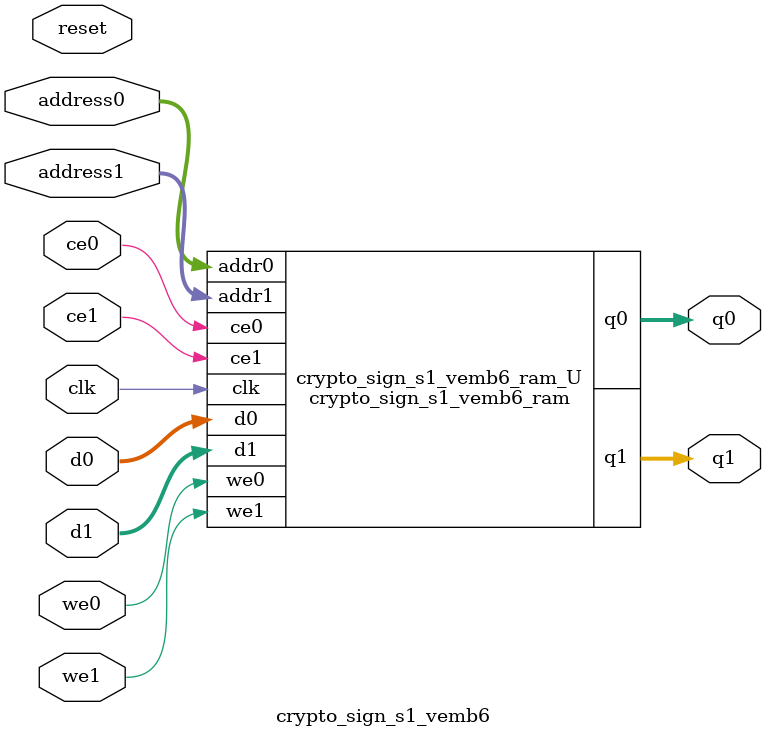
<source format=v>
`timescale 1 ns / 1 ps
module crypto_sign_s1_vemb6_ram (addr0, ce0, d0, we0, q0, addr1, ce1, d1, we1, q1,  clk);

parameter DWIDTH = 32;
parameter AWIDTH = 10;
parameter MEM_SIZE = 1024;

input[AWIDTH-1:0] addr0;
input ce0;
input[DWIDTH-1:0] d0;
input we0;
output reg[DWIDTH-1:0] q0;
input[AWIDTH-1:0] addr1;
input ce1;
input[DWIDTH-1:0] d1;
input we1;
output reg[DWIDTH-1:0] q1;
input clk;

(* ram_style = "block" *)reg [DWIDTH-1:0] ram[0:MEM_SIZE-1];




always @(posedge clk)  
begin 
    if (ce0) begin
        if (we0) 
            ram[addr0] <= d0; 
        q0 <= ram[addr0];
    end
end


always @(posedge clk)  
begin 
    if (ce1) begin
        if (we1) 
            ram[addr1] <= d1; 
        q1 <= ram[addr1];
    end
end


endmodule

`timescale 1 ns / 1 ps
module crypto_sign_s1_vemb6(
    reset,
    clk,
    address0,
    ce0,
    we0,
    d0,
    q0,
    address1,
    ce1,
    we1,
    d1,
    q1);

parameter DataWidth = 32'd32;
parameter AddressRange = 32'd1024;
parameter AddressWidth = 32'd10;
input reset;
input clk;
input[AddressWidth - 1:0] address0;
input ce0;
input we0;
input[DataWidth - 1:0] d0;
output[DataWidth - 1:0] q0;
input[AddressWidth - 1:0] address1;
input ce1;
input we1;
input[DataWidth - 1:0] d1;
output[DataWidth - 1:0] q1;



crypto_sign_s1_vemb6_ram crypto_sign_s1_vemb6_ram_U(
    .clk( clk ),
    .addr0( address0 ),
    .ce0( ce0 ),
    .we0( we0 ),
    .d0( d0 ),
    .q0( q0 ),
    .addr1( address1 ),
    .ce1( ce1 ),
    .we1( we1 ),
    .d1( d1 ),
    .q1( q1 ));

endmodule


</source>
